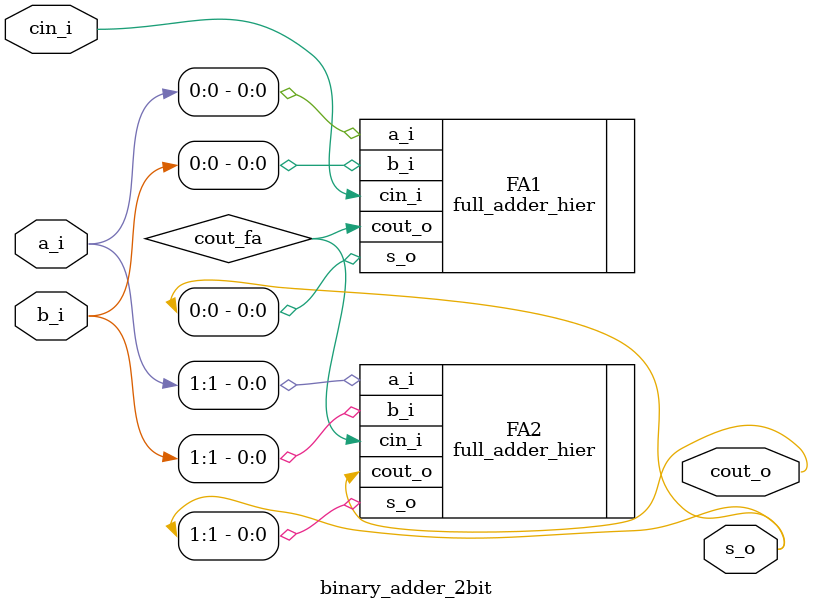
<source format=v>

`timescale 1ns / 1ps


module binary_adder_2bit
(
input [1:0] a_i,
input [1:0] b_i,
input cin_i,
output [1:0] s_o,
output cout_o
);

wire cout_fa1;

full_adder_hier FA1 
(
.a_i    (a_i[0]),
.b_i    (b_i[0]),
.cin_i  (cin_i),
.s_o    (s_o[0]),
.cout_o (cout_fa)
);

full_adder_hier FA2 
(
.a_i    (a_i[1]),
.b_i    (b_i[1]),
.cin_i  (cout_fa),
.s_o    (s_o[1]),
.cout_o (cout_o)
);

endmodule
</source>
